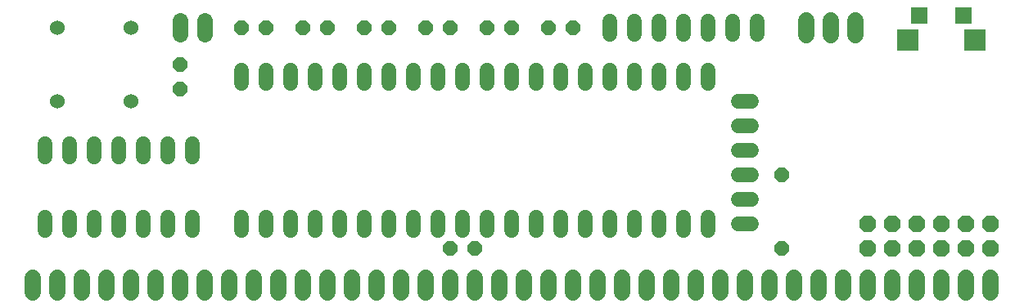
<source format=gbs>
G75*
%MOIN*%
%OFA0B0*%
%FSLAX24Y24*%
%IPPOS*%
%LPD*%
%AMOC8*
5,1,8,0,0,1.08239X$1,22.5*
%
%ADD10C,0.0600*%
%ADD11OC8,0.0680*%
%ADD12C,0.0680*%
%ADD13OC8,0.0600*%
%ADD14C,0.0600*%
%ADD15R,0.0680X0.0680*%
%ADD16R,0.0905X0.0905*%
%ADD17C,0.0640*%
D10*
X001180Y003420D02*
X001180Y003940D01*
X002180Y003940D02*
X002180Y003420D01*
X003180Y003420D02*
X003180Y003940D01*
X004180Y003940D02*
X004180Y003420D01*
X005180Y003420D02*
X005180Y003940D01*
X006180Y003940D02*
X006180Y003420D01*
X007180Y003420D02*
X007180Y003940D01*
X009180Y003940D02*
X009180Y003420D01*
X010180Y003420D02*
X010180Y003940D01*
X011180Y003940D02*
X011180Y003420D01*
X012180Y003420D02*
X012180Y003940D01*
X013180Y003940D02*
X013180Y003420D01*
X014180Y003420D02*
X014180Y003940D01*
X015180Y003940D02*
X015180Y003420D01*
X016180Y003420D02*
X016180Y003940D01*
X017180Y003940D02*
X017180Y003420D01*
X018180Y003420D02*
X018180Y003940D01*
X019180Y003940D02*
X019180Y003420D01*
X020180Y003420D02*
X020180Y003940D01*
X021180Y003940D02*
X021180Y003420D01*
X022180Y003420D02*
X022180Y003940D01*
X023180Y003940D02*
X023180Y003420D01*
X024180Y003420D02*
X024180Y003940D01*
X025180Y003940D02*
X025180Y003420D01*
X026180Y003420D02*
X026180Y003940D01*
X027180Y003940D02*
X027180Y003420D01*
X028180Y003420D02*
X028180Y003940D01*
X029420Y003680D02*
X029940Y003680D01*
X029940Y004680D02*
X029420Y004680D01*
X029420Y005680D02*
X029940Y005680D01*
X029940Y006680D02*
X029420Y006680D01*
X029420Y007680D02*
X029940Y007680D01*
X029940Y008680D02*
X029420Y008680D01*
X028180Y009420D02*
X028180Y009940D01*
X027180Y009940D02*
X027180Y009420D01*
X026180Y009420D02*
X026180Y009940D01*
X025180Y009940D02*
X025180Y009420D01*
X024180Y009420D02*
X024180Y009940D01*
X023180Y009940D02*
X023180Y009420D01*
X022180Y009420D02*
X022180Y009940D01*
X021180Y009940D02*
X021180Y009420D01*
X020180Y009420D02*
X020180Y009940D01*
X019180Y009940D02*
X019180Y009420D01*
X018180Y009420D02*
X018180Y009940D01*
X017180Y009940D02*
X017180Y009420D01*
X016180Y009420D02*
X016180Y009940D01*
X015180Y009940D02*
X015180Y009420D01*
X014180Y009420D02*
X014180Y009940D01*
X013180Y009940D02*
X013180Y009420D01*
X012180Y009420D02*
X012180Y009940D01*
X011180Y009940D02*
X011180Y009420D01*
X010180Y009420D02*
X010180Y009940D01*
X009180Y009940D02*
X009180Y009420D01*
X007180Y006940D02*
X007180Y006420D01*
X006180Y006420D02*
X006180Y006940D01*
X005180Y006940D02*
X005180Y006420D01*
X004180Y006420D02*
X004180Y006940D01*
X003180Y006940D02*
X003180Y006420D01*
X002180Y006420D02*
X002180Y006940D01*
X001180Y006940D02*
X001180Y006420D01*
X024180Y011420D02*
X024180Y011940D01*
X025180Y011940D02*
X025180Y011420D01*
X026180Y011420D02*
X026180Y011940D01*
X027180Y011940D02*
X027180Y011420D01*
X028180Y011420D02*
X028180Y011940D01*
X029180Y011940D02*
X029180Y011420D01*
X030180Y011420D02*
X030180Y011940D01*
D11*
X034680Y003680D03*
X035680Y003680D03*
X036680Y003680D03*
X037680Y003680D03*
X038680Y003680D03*
X039680Y003680D03*
X039680Y002680D03*
X038680Y002680D03*
X037680Y002680D03*
X036680Y002680D03*
X035680Y002680D03*
X034680Y002680D03*
D12*
X000680Y001480D02*
X000680Y000880D01*
X001680Y000880D02*
X001680Y001480D01*
X002680Y001480D02*
X002680Y000880D01*
X003680Y000880D02*
X003680Y001480D01*
X004680Y001480D02*
X004680Y000880D01*
X005680Y000880D02*
X005680Y001480D01*
X006680Y001480D02*
X006680Y000880D01*
X007680Y000880D02*
X007680Y001480D01*
X008680Y001480D02*
X008680Y000880D01*
X009680Y000880D02*
X009680Y001480D01*
X010680Y001480D02*
X010680Y000880D01*
X011680Y000880D02*
X011680Y001480D01*
X012680Y001480D02*
X012680Y000880D01*
X013680Y000880D02*
X013680Y001480D01*
X014680Y001480D02*
X014680Y000880D01*
X015680Y000880D02*
X015680Y001480D01*
X016680Y001480D02*
X016680Y000880D01*
X017680Y000880D02*
X017680Y001480D01*
X018680Y001480D02*
X018680Y000880D01*
X019680Y000880D02*
X019680Y001480D01*
X020680Y001480D02*
X020680Y000880D01*
X021680Y000880D02*
X021680Y001480D01*
X022680Y001480D02*
X022680Y000880D01*
X023680Y000880D02*
X023680Y001480D01*
X024680Y001480D02*
X024680Y000880D01*
X025680Y000880D02*
X025680Y001480D01*
X026680Y001480D02*
X026680Y000880D01*
X027680Y000880D02*
X027680Y001480D01*
X028680Y001480D02*
X028680Y000880D01*
X029680Y000880D02*
X029680Y001480D01*
X030680Y001480D02*
X030680Y000880D01*
X031680Y000880D02*
X031680Y001480D01*
X032680Y001480D02*
X032680Y000880D01*
X033680Y000880D02*
X033680Y001480D01*
X034680Y001480D02*
X034680Y000880D01*
X035680Y000880D02*
X035680Y001480D01*
X036680Y001480D02*
X036680Y000880D01*
X037680Y000880D02*
X037680Y001480D01*
X038680Y001480D02*
X038680Y000880D01*
X039680Y000880D02*
X039680Y001480D01*
X034180Y011380D02*
X034180Y011980D01*
X033180Y011980D02*
X033180Y011380D01*
X032180Y011380D02*
X032180Y011980D01*
D13*
X022680Y011680D03*
X021680Y011680D03*
X020180Y011680D03*
X019180Y011680D03*
X017680Y011680D03*
X016680Y011680D03*
X015180Y011680D03*
X014180Y011680D03*
X012680Y011680D03*
X011680Y011680D03*
X010180Y011680D03*
X009180Y011680D03*
X006680Y010180D03*
X006680Y009180D03*
X017680Y002680D03*
X018680Y002680D03*
X031180Y002680D03*
X031180Y005680D03*
D14*
X004680Y008680D03*
X001680Y008680D03*
X001680Y011680D03*
X004680Y011680D03*
D15*
X036795Y012170D03*
X038565Y012170D03*
D16*
X039060Y011190D03*
X036300Y011190D03*
D17*
X007680Y011400D02*
X007680Y011960D01*
X006680Y011960D02*
X006680Y011400D01*
M02*

</source>
